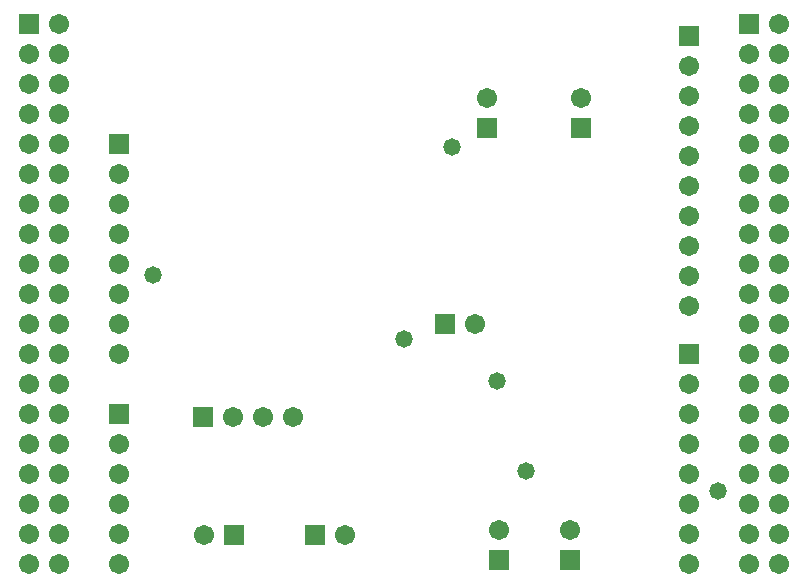
<source format=gbs>
G04*
G04 #@! TF.GenerationSoftware,Altium Limited,Altium Designer,18.1.6 (161)*
G04*
G04 Layer_Color=16711935*
%FSLAX25Y25*%
%MOIN*%
G70*
G01*
G75*
%ADD22R,0.06706X0.06706*%
%ADD23C,0.06706*%
%ADD24R,0.06706X0.06706*%
%ADD25C,0.05800*%
D22*
X151417Y91969D02*
D03*
X70551Y61024D02*
D03*
X80866Y21654D02*
D03*
X108110D02*
D03*
D23*
X161417Y91969D02*
D03*
X196850Y167244D02*
D03*
X165354Y167323D02*
D03*
X42795Y11969D02*
D03*
Y21969D02*
D03*
Y31969D02*
D03*
Y41969D02*
D03*
Y51969D02*
D03*
X232795Y11969D02*
D03*
Y21969D02*
D03*
Y31969D02*
D03*
Y41969D02*
D03*
Y51969D02*
D03*
Y61969D02*
D03*
Y71969D02*
D03*
Y177953D02*
D03*
Y157953D02*
D03*
Y147953D02*
D03*
Y137953D02*
D03*
Y127953D02*
D03*
Y117953D02*
D03*
Y107953D02*
D03*
Y97953D02*
D03*
Y167953D02*
D03*
X169291Y23319D02*
D03*
X192913D02*
D03*
X22795Y11969D02*
D03*
X12795D02*
D03*
X22795Y21969D02*
D03*
X12795D02*
D03*
X22795Y31969D02*
D03*
X12795D02*
D03*
X22795Y41969D02*
D03*
X12795D02*
D03*
X22795Y51969D02*
D03*
X12795D02*
D03*
X22795Y61969D02*
D03*
X12795D02*
D03*
X22795Y71969D02*
D03*
X12795D02*
D03*
X22795Y81969D02*
D03*
X12795D02*
D03*
X22795Y91969D02*
D03*
X12795D02*
D03*
X22795Y101969D02*
D03*
X12795D02*
D03*
X22795Y111969D02*
D03*
X12795D02*
D03*
X22795Y121969D02*
D03*
X12795D02*
D03*
X22795Y131969D02*
D03*
X12795D02*
D03*
X22795Y141969D02*
D03*
X12795D02*
D03*
X22795Y151969D02*
D03*
X12795D02*
D03*
X22795Y161969D02*
D03*
X12795D02*
D03*
X22795Y171969D02*
D03*
X12795D02*
D03*
X22795Y181969D02*
D03*
X12795D02*
D03*
X22795Y191969D02*
D03*
X42795Y141969D02*
D03*
Y131969D02*
D03*
Y121969D02*
D03*
Y111969D02*
D03*
Y101969D02*
D03*
Y91969D02*
D03*
Y81969D02*
D03*
X262795Y11969D02*
D03*
X252795D02*
D03*
X262795Y21969D02*
D03*
X252795D02*
D03*
X262795Y31969D02*
D03*
X252795D02*
D03*
X262795Y41969D02*
D03*
X252795D02*
D03*
X262795Y51969D02*
D03*
X252795D02*
D03*
X262795Y61969D02*
D03*
X252795D02*
D03*
X262795Y71969D02*
D03*
X252795D02*
D03*
X262795Y81969D02*
D03*
X252795D02*
D03*
X262795Y91969D02*
D03*
X252795D02*
D03*
X262795Y101969D02*
D03*
X252795D02*
D03*
X262795Y111969D02*
D03*
X252795D02*
D03*
X262795Y121969D02*
D03*
X252795D02*
D03*
X262795Y131969D02*
D03*
X252795D02*
D03*
X262795Y141969D02*
D03*
X252795D02*
D03*
X262795Y151969D02*
D03*
X252795D02*
D03*
X262795Y161969D02*
D03*
X252795D02*
D03*
X262795Y171969D02*
D03*
X252795D02*
D03*
X262795Y181969D02*
D03*
X252795D02*
D03*
X262795Y191969D02*
D03*
X100551Y61024D02*
D03*
X90551D02*
D03*
X80551D02*
D03*
X70866Y21654D02*
D03*
X118110D02*
D03*
D24*
X196850Y157244D02*
D03*
X165354Y157323D02*
D03*
X42795Y61969D02*
D03*
X232795Y81969D02*
D03*
Y187953D02*
D03*
X169291Y13319D02*
D03*
X192913D02*
D03*
X12795Y191969D02*
D03*
X42795Y151969D02*
D03*
X252795Y191969D02*
D03*
D25*
X242326Y36295D02*
D03*
X137795Y87016D02*
D03*
X153543Y150900D02*
D03*
X168760Y72835D02*
D03*
X54000Y108300D02*
D03*
X178400Y42800D02*
D03*
M02*

</source>
